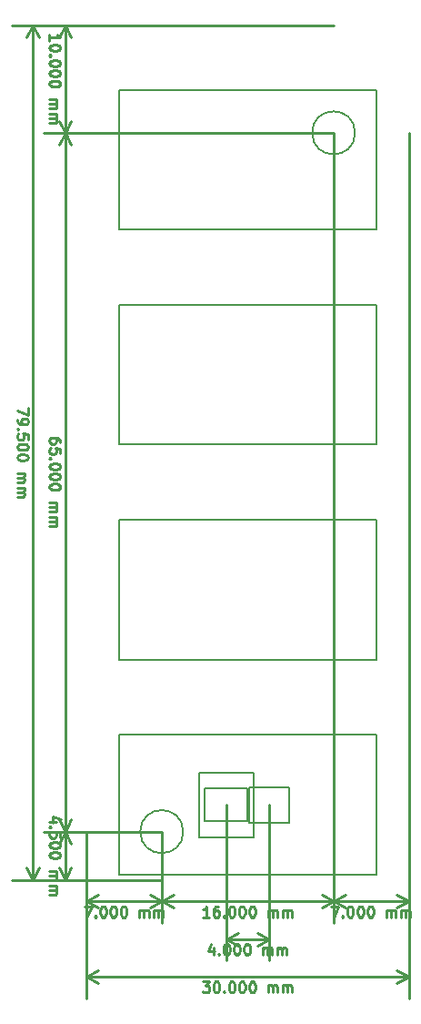
<source format=gbr>
G04 (created by PCBNEW (2013-04-21 BZR 4107)-testing) date Thursday, 06 June 2013 16:04:59*
%MOIN*%
G04 Gerber Fmt 3.4, Leading zero omitted, Abs format*
%FSLAX34Y34*%
G01*
G70*
G90*
G04 APERTURE LIST*
%ADD10C,0*%
%ADD11C,0.00984252*%
%ADD12C,0.00787402*%
G04 APERTURE END LIST*
G54D10*
G54D11*
X45097Y-35653D02*
X45097Y-35915D01*
X44703Y-35747D01*
X44703Y-36084D02*
X44703Y-36159D01*
X44722Y-36197D01*
X44741Y-36215D01*
X44797Y-36253D01*
X44872Y-36272D01*
X45022Y-36272D01*
X45059Y-36253D01*
X45078Y-36234D01*
X45097Y-36197D01*
X45097Y-36122D01*
X45078Y-36084D01*
X45059Y-36065D01*
X45022Y-36047D01*
X44928Y-36047D01*
X44891Y-36065D01*
X44872Y-36084D01*
X44853Y-36122D01*
X44853Y-36197D01*
X44872Y-36234D01*
X44891Y-36253D01*
X44928Y-36272D01*
X44741Y-36440D02*
X44722Y-36459D01*
X44703Y-36440D01*
X44722Y-36422D01*
X44741Y-36440D01*
X44703Y-36440D01*
X45097Y-36815D02*
X45097Y-36628D01*
X44910Y-36609D01*
X44928Y-36628D01*
X44947Y-36665D01*
X44947Y-36759D01*
X44928Y-36796D01*
X44910Y-36815D01*
X44872Y-36834D01*
X44778Y-36834D01*
X44741Y-36815D01*
X44722Y-36796D01*
X44703Y-36759D01*
X44703Y-36665D01*
X44722Y-36628D01*
X44741Y-36609D01*
X45097Y-37078D02*
X45097Y-37115D01*
X45078Y-37153D01*
X45059Y-37171D01*
X45022Y-37190D01*
X44947Y-37209D01*
X44853Y-37209D01*
X44778Y-37190D01*
X44741Y-37171D01*
X44722Y-37153D01*
X44703Y-37115D01*
X44703Y-37078D01*
X44722Y-37040D01*
X44741Y-37021D01*
X44778Y-37003D01*
X44853Y-36984D01*
X44947Y-36984D01*
X45022Y-37003D01*
X45059Y-37021D01*
X45078Y-37040D01*
X45097Y-37078D01*
X45097Y-37453D02*
X45097Y-37490D01*
X45078Y-37528D01*
X45059Y-37546D01*
X45022Y-37565D01*
X44947Y-37584D01*
X44853Y-37584D01*
X44778Y-37565D01*
X44741Y-37546D01*
X44722Y-37528D01*
X44703Y-37490D01*
X44703Y-37453D01*
X44722Y-37415D01*
X44741Y-37396D01*
X44778Y-37378D01*
X44853Y-37359D01*
X44947Y-37359D01*
X45022Y-37378D01*
X45059Y-37396D01*
X45078Y-37415D01*
X45097Y-37453D01*
X44703Y-38053D02*
X44966Y-38053D01*
X44928Y-38053D02*
X44947Y-38071D01*
X44966Y-38109D01*
X44966Y-38165D01*
X44947Y-38203D01*
X44910Y-38221D01*
X44703Y-38221D01*
X44910Y-38221D02*
X44947Y-38240D01*
X44966Y-38278D01*
X44966Y-38334D01*
X44947Y-38371D01*
X44910Y-38390D01*
X44703Y-38390D01*
X44703Y-38577D02*
X44966Y-38577D01*
X44928Y-38577D02*
X44947Y-38596D01*
X44966Y-38634D01*
X44966Y-38690D01*
X44947Y-38727D01*
X44910Y-38746D01*
X44703Y-38746D01*
X44910Y-38746D02*
X44947Y-38765D01*
X44966Y-38802D01*
X44966Y-38859D01*
X44947Y-38896D01*
X44910Y-38915D01*
X44703Y-38915D01*
X45275Y-21653D02*
X45275Y-52952D01*
X47244Y-21653D02*
X44488Y-21653D01*
X47244Y-52952D02*
X44488Y-52952D01*
X45275Y-52952D02*
X45044Y-52509D01*
X45275Y-52952D02*
X45506Y-52509D01*
X45275Y-21653D02*
X45044Y-22097D01*
X45275Y-21653D02*
X45506Y-22097D01*
X45884Y-22215D02*
X45884Y-21991D01*
X45884Y-22103D02*
X46278Y-22103D01*
X46222Y-22065D01*
X46184Y-22028D01*
X46166Y-21991D01*
X46278Y-22459D02*
X46278Y-22497D01*
X46259Y-22534D01*
X46241Y-22553D01*
X46203Y-22572D01*
X46128Y-22590D01*
X46034Y-22590D01*
X45959Y-22572D01*
X45922Y-22553D01*
X45903Y-22534D01*
X45884Y-22497D01*
X45884Y-22459D01*
X45903Y-22422D01*
X45922Y-22403D01*
X45959Y-22384D01*
X46034Y-22365D01*
X46128Y-22365D01*
X46203Y-22384D01*
X46241Y-22403D01*
X46259Y-22422D01*
X46278Y-22459D01*
X45922Y-22759D02*
X45903Y-22778D01*
X45884Y-22759D01*
X45903Y-22740D01*
X45922Y-22759D01*
X45884Y-22759D01*
X46278Y-23022D02*
X46278Y-23059D01*
X46259Y-23097D01*
X46241Y-23115D01*
X46203Y-23134D01*
X46128Y-23153D01*
X46034Y-23153D01*
X45959Y-23134D01*
X45922Y-23115D01*
X45903Y-23097D01*
X45884Y-23059D01*
X45884Y-23022D01*
X45903Y-22984D01*
X45922Y-22965D01*
X45959Y-22947D01*
X46034Y-22928D01*
X46128Y-22928D01*
X46203Y-22947D01*
X46241Y-22965D01*
X46259Y-22984D01*
X46278Y-23022D01*
X46278Y-23397D02*
X46278Y-23434D01*
X46259Y-23472D01*
X46241Y-23490D01*
X46203Y-23509D01*
X46128Y-23528D01*
X46034Y-23528D01*
X45959Y-23509D01*
X45922Y-23490D01*
X45903Y-23472D01*
X45884Y-23434D01*
X45884Y-23397D01*
X45903Y-23359D01*
X45922Y-23340D01*
X45959Y-23322D01*
X46034Y-23303D01*
X46128Y-23303D01*
X46203Y-23322D01*
X46241Y-23340D01*
X46259Y-23359D01*
X46278Y-23397D01*
X46278Y-23772D02*
X46278Y-23809D01*
X46259Y-23847D01*
X46241Y-23865D01*
X46203Y-23884D01*
X46128Y-23903D01*
X46034Y-23903D01*
X45959Y-23884D01*
X45922Y-23865D01*
X45903Y-23847D01*
X45884Y-23809D01*
X45884Y-23772D01*
X45903Y-23734D01*
X45922Y-23715D01*
X45959Y-23697D01*
X46034Y-23678D01*
X46128Y-23678D01*
X46203Y-23697D01*
X46241Y-23715D01*
X46259Y-23734D01*
X46278Y-23772D01*
X45884Y-24371D02*
X46147Y-24371D01*
X46109Y-24371D02*
X46128Y-24390D01*
X46147Y-24428D01*
X46147Y-24484D01*
X46128Y-24521D01*
X46091Y-24540D01*
X45884Y-24540D01*
X46091Y-24540D02*
X46128Y-24559D01*
X46147Y-24596D01*
X46147Y-24653D01*
X46128Y-24690D01*
X46091Y-24709D01*
X45884Y-24709D01*
X45884Y-24896D02*
X46147Y-24896D01*
X46109Y-24896D02*
X46128Y-24915D01*
X46147Y-24953D01*
X46147Y-25009D01*
X46128Y-25046D01*
X46091Y-25065D01*
X45884Y-25065D01*
X46091Y-25065D02*
X46128Y-25084D01*
X46147Y-25121D01*
X46147Y-25178D01*
X46128Y-25215D01*
X46091Y-25234D01*
X45884Y-25234D01*
X46456Y-21653D02*
X46456Y-25590D01*
X56299Y-21653D02*
X45669Y-21653D01*
X56299Y-25590D02*
X45669Y-25590D01*
X46456Y-25590D02*
X46225Y-25147D01*
X46456Y-25590D02*
X46687Y-25147D01*
X46456Y-21653D02*
X46225Y-22097D01*
X46456Y-21653D02*
X46687Y-22097D01*
X46278Y-36942D02*
X46278Y-36867D01*
X46259Y-36829D01*
X46241Y-36811D01*
X46184Y-36773D01*
X46109Y-36754D01*
X45959Y-36754D01*
X45922Y-36773D01*
X45903Y-36792D01*
X45884Y-36829D01*
X45884Y-36904D01*
X45903Y-36942D01*
X45922Y-36961D01*
X45959Y-36979D01*
X46053Y-36979D01*
X46091Y-36961D01*
X46109Y-36942D01*
X46128Y-36904D01*
X46128Y-36829D01*
X46109Y-36792D01*
X46091Y-36773D01*
X46053Y-36754D01*
X46278Y-37335D02*
X46278Y-37148D01*
X46091Y-37129D01*
X46109Y-37148D01*
X46128Y-37185D01*
X46128Y-37279D01*
X46109Y-37317D01*
X46091Y-37335D01*
X46053Y-37354D01*
X45959Y-37354D01*
X45922Y-37335D01*
X45903Y-37317D01*
X45884Y-37279D01*
X45884Y-37185D01*
X45903Y-37148D01*
X45922Y-37129D01*
X45922Y-37523D02*
X45903Y-37542D01*
X45884Y-37523D01*
X45903Y-37504D01*
X45922Y-37523D01*
X45884Y-37523D01*
X46278Y-37785D02*
X46278Y-37823D01*
X46259Y-37860D01*
X46241Y-37879D01*
X46203Y-37898D01*
X46128Y-37917D01*
X46034Y-37917D01*
X45959Y-37898D01*
X45922Y-37879D01*
X45903Y-37860D01*
X45884Y-37823D01*
X45884Y-37785D01*
X45903Y-37748D01*
X45922Y-37729D01*
X45959Y-37710D01*
X46034Y-37692D01*
X46128Y-37692D01*
X46203Y-37710D01*
X46241Y-37729D01*
X46259Y-37748D01*
X46278Y-37785D01*
X46278Y-38160D02*
X46278Y-38198D01*
X46259Y-38235D01*
X46241Y-38254D01*
X46203Y-38273D01*
X46128Y-38292D01*
X46034Y-38292D01*
X45959Y-38273D01*
X45922Y-38254D01*
X45903Y-38235D01*
X45884Y-38198D01*
X45884Y-38160D01*
X45903Y-38123D01*
X45922Y-38104D01*
X45959Y-38085D01*
X46034Y-38067D01*
X46128Y-38067D01*
X46203Y-38085D01*
X46241Y-38104D01*
X46259Y-38123D01*
X46278Y-38160D01*
X46278Y-38535D02*
X46278Y-38573D01*
X46259Y-38610D01*
X46241Y-38629D01*
X46203Y-38648D01*
X46128Y-38667D01*
X46034Y-38667D01*
X45959Y-38648D01*
X45922Y-38629D01*
X45903Y-38610D01*
X45884Y-38573D01*
X45884Y-38535D01*
X45903Y-38498D01*
X45922Y-38479D01*
X45959Y-38460D01*
X46034Y-38442D01*
X46128Y-38442D01*
X46203Y-38460D01*
X46241Y-38479D01*
X46259Y-38498D01*
X46278Y-38535D01*
X45884Y-39135D02*
X46147Y-39135D01*
X46109Y-39135D02*
X46128Y-39154D01*
X46147Y-39191D01*
X46147Y-39248D01*
X46128Y-39285D01*
X46091Y-39304D01*
X45884Y-39304D01*
X46091Y-39304D02*
X46128Y-39323D01*
X46147Y-39360D01*
X46147Y-39416D01*
X46128Y-39454D01*
X46091Y-39473D01*
X45884Y-39473D01*
X45884Y-39660D02*
X46147Y-39660D01*
X46109Y-39660D02*
X46128Y-39679D01*
X46147Y-39716D01*
X46147Y-39773D01*
X46128Y-39810D01*
X46091Y-39829D01*
X45884Y-39829D01*
X46091Y-39829D02*
X46128Y-39848D01*
X46147Y-39885D01*
X46147Y-39941D01*
X46128Y-39979D01*
X46091Y-39998D01*
X45884Y-39998D01*
X46456Y-25590D02*
X46456Y-51181D01*
X50000Y-25590D02*
X45669Y-25590D01*
X50000Y-51181D02*
X45669Y-51181D01*
X46456Y-51181D02*
X46225Y-50737D01*
X46456Y-51181D02*
X46687Y-50737D01*
X46456Y-25590D02*
X46225Y-26034D01*
X46456Y-25590D02*
X46687Y-26034D01*
X46147Y-50810D02*
X45884Y-50810D01*
X46297Y-50717D02*
X46016Y-50623D01*
X46016Y-50867D01*
X45922Y-51017D02*
X45903Y-51035D01*
X45884Y-51017D01*
X45903Y-50998D01*
X45922Y-51017D01*
X45884Y-51017D01*
X46278Y-51392D02*
X46278Y-51204D01*
X46091Y-51185D01*
X46109Y-51204D01*
X46128Y-51242D01*
X46128Y-51335D01*
X46109Y-51373D01*
X46091Y-51392D01*
X46053Y-51410D01*
X45959Y-51410D01*
X45922Y-51392D01*
X45903Y-51373D01*
X45884Y-51335D01*
X45884Y-51242D01*
X45903Y-51204D01*
X45922Y-51185D01*
X46278Y-51654D02*
X46278Y-51691D01*
X46259Y-51729D01*
X46241Y-51748D01*
X46203Y-51766D01*
X46128Y-51785D01*
X46034Y-51785D01*
X45959Y-51766D01*
X45922Y-51748D01*
X45903Y-51729D01*
X45884Y-51691D01*
X45884Y-51654D01*
X45903Y-51616D01*
X45922Y-51598D01*
X45959Y-51579D01*
X46034Y-51560D01*
X46128Y-51560D01*
X46203Y-51579D01*
X46241Y-51598D01*
X46259Y-51616D01*
X46278Y-51654D01*
X46278Y-52029D02*
X46278Y-52066D01*
X46259Y-52104D01*
X46241Y-52123D01*
X46203Y-52141D01*
X46128Y-52160D01*
X46034Y-52160D01*
X45959Y-52141D01*
X45922Y-52123D01*
X45903Y-52104D01*
X45884Y-52066D01*
X45884Y-52029D01*
X45903Y-51991D01*
X45922Y-51973D01*
X45959Y-51954D01*
X46034Y-51935D01*
X46128Y-51935D01*
X46203Y-51954D01*
X46241Y-51973D01*
X46259Y-51991D01*
X46278Y-52029D01*
X45884Y-52629D02*
X46147Y-52629D01*
X46109Y-52629D02*
X46128Y-52648D01*
X46147Y-52685D01*
X46147Y-52741D01*
X46128Y-52779D01*
X46091Y-52798D01*
X45884Y-52798D01*
X46091Y-52798D02*
X46128Y-52816D01*
X46147Y-52854D01*
X46147Y-52910D01*
X46128Y-52948D01*
X46091Y-52966D01*
X45884Y-52966D01*
X45884Y-53154D02*
X46147Y-53154D01*
X46109Y-53154D02*
X46128Y-53173D01*
X46147Y-53210D01*
X46147Y-53266D01*
X46128Y-53304D01*
X46091Y-53323D01*
X45884Y-53323D01*
X46091Y-53323D02*
X46128Y-53341D01*
X46147Y-53379D01*
X46147Y-53435D01*
X46128Y-53473D01*
X46091Y-53491D01*
X45884Y-53491D01*
X46456Y-51181D02*
X46456Y-52952D01*
X50000Y-51181D02*
X45669Y-51181D01*
X50000Y-52952D02*
X45669Y-52952D01*
X46456Y-52952D02*
X46225Y-52509D01*
X46456Y-52952D02*
X46687Y-52509D01*
X46456Y-51181D02*
X46225Y-51624D01*
X46456Y-51181D02*
X46687Y-51624D01*
X51499Y-56674D02*
X51743Y-56674D01*
X51612Y-56824D01*
X51668Y-56824D01*
X51706Y-56842D01*
X51724Y-56861D01*
X51743Y-56899D01*
X51743Y-56992D01*
X51724Y-57030D01*
X51706Y-57049D01*
X51668Y-57067D01*
X51556Y-57067D01*
X51518Y-57049D01*
X51499Y-57030D01*
X51987Y-56674D02*
X52024Y-56674D01*
X52062Y-56692D01*
X52080Y-56711D01*
X52099Y-56749D01*
X52118Y-56824D01*
X52118Y-56917D01*
X52099Y-56992D01*
X52080Y-57030D01*
X52062Y-57049D01*
X52024Y-57067D01*
X51987Y-57067D01*
X51949Y-57049D01*
X51931Y-57030D01*
X51912Y-56992D01*
X51893Y-56917D01*
X51893Y-56824D01*
X51912Y-56749D01*
X51931Y-56711D01*
X51949Y-56692D01*
X51987Y-56674D01*
X52287Y-57030D02*
X52305Y-57049D01*
X52287Y-57067D01*
X52268Y-57049D01*
X52287Y-57030D01*
X52287Y-57067D01*
X52549Y-56674D02*
X52587Y-56674D01*
X52624Y-56692D01*
X52643Y-56711D01*
X52662Y-56749D01*
X52680Y-56824D01*
X52680Y-56917D01*
X52662Y-56992D01*
X52643Y-57030D01*
X52624Y-57049D01*
X52587Y-57067D01*
X52549Y-57067D01*
X52512Y-57049D01*
X52493Y-57030D01*
X52474Y-56992D01*
X52455Y-56917D01*
X52455Y-56824D01*
X52474Y-56749D01*
X52493Y-56711D01*
X52512Y-56692D01*
X52549Y-56674D01*
X52924Y-56674D02*
X52962Y-56674D01*
X52999Y-56692D01*
X53018Y-56711D01*
X53037Y-56749D01*
X53055Y-56824D01*
X53055Y-56917D01*
X53037Y-56992D01*
X53018Y-57030D01*
X52999Y-57049D01*
X52962Y-57067D01*
X52924Y-57067D01*
X52887Y-57049D01*
X52868Y-57030D01*
X52849Y-56992D01*
X52830Y-56917D01*
X52830Y-56824D01*
X52849Y-56749D01*
X52868Y-56711D01*
X52887Y-56692D01*
X52924Y-56674D01*
X53299Y-56674D02*
X53337Y-56674D01*
X53374Y-56692D01*
X53393Y-56711D01*
X53412Y-56749D01*
X53430Y-56824D01*
X53430Y-56917D01*
X53412Y-56992D01*
X53393Y-57030D01*
X53374Y-57049D01*
X53337Y-57067D01*
X53299Y-57067D01*
X53262Y-57049D01*
X53243Y-57030D01*
X53224Y-56992D01*
X53205Y-56917D01*
X53205Y-56824D01*
X53224Y-56749D01*
X53243Y-56711D01*
X53262Y-56692D01*
X53299Y-56674D01*
X53899Y-57067D02*
X53899Y-56805D01*
X53899Y-56842D02*
X53918Y-56824D01*
X53955Y-56805D01*
X54011Y-56805D01*
X54049Y-56824D01*
X54068Y-56861D01*
X54068Y-57067D01*
X54068Y-56861D02*
X54086Y-56824D01*
X54124Y-56805D01*
X54180Y-56805D01*
X54218Y-56824D01*
X54236Y-56861D01*
X54236Y-57067D01*
X54424Y-57067D02*
X54424Y-56805D01*
X54424Y-56842D02*
X54443Y-56824D01*
X54480Y-56805D01*
X54536Y-56805D01*
X54574Y-56824D01*
X54593Y-56861D01*
X54593Y-57067D01*
X54593Y-56861D02*
X54611Y-56824D01*
X54649Y-56805D01*
X54705Y-56805D01*
X54743Y-56824D01*
X54761Y-56861D01*
X54761Y-57067D01*
X47244Y-56496D02*
X59055Y-56496D01*
X47244Y-52952D02*
X47244Y-57283D01*
X59055Y-52952D02*
X59055Y-57283D01*
X59055Y-56496D02*
X58611Y-56726D01*
X59055Y-56496D02*
X58611Y-56265D01*
X47244Y-56496D02*
X47687Y-56726D01*
X47244Y-56496D02*
X47687Y-56265D01*
X51893Y-55427D02*
X51893Y-55689D01*
X51799Y-55277D02*
X51706Y-55558D01*
X51949Y-55558D01*
X52099Y-55652D02*
X52118Y-55671D01*
X52099Y-55689D01*
X52080Y-55671D01*
X52099Y-55652D01*
X52099Y-55689D01*
X52362Y-55296D02*
X52399Y-55296D01*
X52437Y-55314D01*
X52455Y-55333D01*
X52474Y-55371D01*
X52493Y-55446D01*
X52493Y-55539D01*
X52474Y-55614D01*
X52455Y-55652D01*
X52437Y-55671D01*
X52399Y-55689D01*
X52362Y-55689D01*
X52324Y-55671D01*
X52305Y-55652D01*
X52287Y-55614D01*
X52268Y-55539D01*
X52268Y-55446D01*
X52287Y-55371D01*
X52305Y-55333D01*
X52324Y-55314D01*
X52362Y-55296D01*
X52737Y-55296D02*
X52774Y-55296D01*
X52812Y-55314D01*
X52830Y-55333D01*
X52849Y-55371D01*
X52868Y-55446D01*
X52868Y-55539D01*
X52849Y-55614D01*
X52830Y-55652D01*
X52812Y-55671D01*
X52774Y-55689D01*
X52737Y-55689D01*
X52699Y-55671D01*
X52680Y-55652D01*
X52662Y-55614D01*
X52643Y-55539D01*
X52643Y-55446D01*
X52662Y-55371D01*
X52680Y-55333D01*
X52699Y-55314D01*
X52737Y-55296D01*
X53112Y-55296D02*
X53149Y-55296D01*
X53187Y-55314D01*
X53205Y-55333D01*
X53224Y-55371D01*
X53243Y-55446D01*
X53243Y-55539D01*
X53224Y-55614D01*
X53205Y-55652D01*
X53187Y-55671D01*
X53149Y-55689D01*
X53112Y-55689D01*
X53074Y-55671D01*
X53055Y-55652D01*
X53037Y-55614D01*
X53018Y-55539D01*
X53018Y-55446D01*
X53037Y-55371D01*
X53055Y-55333D01*
X53074Y-55314D01*
X53112Y-55296D01*
X53712Y-55689D02*
X53712Y-55427D01*
X53712Y-55464D02*
X53730Y-55446D01*
X53768Y-55427D01*
X53824Y-55427D01*
X53862Y-55446D01*
X53880Y-55483D01*
X53880Y-55689D01*
X53880Y-55483D02*
X53899Y-55446D01*
X53937Y-55427D01*
X53993Y-55427D01*
X54030Y-55446D01*
X54049Y-55483D01*
X54049Y-55689D01*
X54236Y-55689D02*
X54236Y-55427D01*
X54236Y-55464D02*
X54255Y-55446D01*
X54293Y-55427D01*
X54349Y-55427D01*
X54386Y-55446D01*
X54405Y-55483D01*
X54405Y-55689D01*
X54405Y-55483D02*
X54424Y-55446D01*
X54461Y-55427D01*
X54518Y-55427D01*
X54555Y-55446D01*
X54574Y-55483D01*
X54574Y-55689D01*
X52362Y-55118D02*
X53937Y-55118D01*
X52362Y-50196D02*
X52362Y-55905D01*
X53937Y-50196D02*
X53937Y-55905D01*
X53937Y-55118D02*
X53493Y-55348D01*
X53937Y-55118D02*
X53493Y-54887D01*
X52362Y-55118D02*
X52805Y-55348D01*
X52362Y-55118D02*
X52805Y-54887D01*
X56214Y-53918D02*
X56477Y-53918D01*
X56308Y-54311D01*
X56627Y-54274D02*
X56646Y-54293D01*
X56627Y-54311D01*
X56608Y-54293D01*
X56627Y-54274D01*
X56627Y-54311D01*
X56889Y-53918D02*
X56927Y-53918D01*
X56964Y-53937D01*
X56983Y-53955D01*
X57002Y-53993D01*
X57020Y-54068D01*
X57020Y-54161D01*
X57002Y-54236D01*
X56983Y-54274D01*
X56964Y-54293D01*
X56927Y-54311D01*
X56889Y-54311D01*
X56852Y-54293D01*
X56833Y-54274D01*
X56814Y-54236D01*
X56796Y-54161D01*
X56796Y-54068D01*
X56814Y-53993D01*
X56833Y-53955D01*
X56852Y-53937D01*
X56889Y-53918D01*
X57264Y-53918D02*
X57302Y-53918D01*
X57339Y-53937D01*
X57358Y-53955D01*
X57377Y-53993D01*
X57395Y-54068D01*
X57395Y-54161D01*
X57377Y-54236D01*
X57358Y-54274D01*
X57339Y-54293D01*
X57302Y-54311D01*
X57264Y-54311D01*
X57227Y-54293D01*
X57208Y-54274D01*
X57189Y-54236D01*
X57170Y-54161D01*
X57170Y-54068D01*
X57189Y-53993D01*
X57208Y-53955D01*
X57227Y-53937D01*
X57264Y-53918D01*
X57639Y-53918D02*
X57677Y-53918D01*
X57714Y-53937D01*
X57733Y-53955D01*
X57752Y-53993D01*
X57770Y-54068D01*
X57770Y-54161D01*
X57752Y-54236D01*
X57733Y-54274D01*
X57714Y-54293D01*
X57677Y-54311D01*
X57639Y-54311D01*
X57602Y-54293D01*
X57583Y-54274D01*
X57564Y-54236D01*
X57545Y-54161D01*
X57545Y-54068D01*
X57564Y-53993D01*
X57583Y-53955D01*
X57602Y-53937D01*
X57639Y-53918D01*
X58239Y-54311D02*
X58239Y-54049D01*
X58239Y-54086D02*
X58258Y-54068D01*
X58295Y-54049D01*
X58352Y-54049D01*
X58389Y-54068D01*
X58408Y-54105D01*
X58408Y-54311D01*
X58408Y-54105D02*
X58427Y-54068D01*
X58464Y-54049D01*
X58520Y-54049D01*
X58558Y-54068D01*
X58577Y-54105D01*
X58577Y-54311D01*
X58764Y-54311D02*
X58764Y-54049D01*
X58764Y-54086D02*
X58783Y-54068D01*
X58820Y-54049D01*
X58877Y-54049D01*
X58914Y-54068D01*
X58933Y-54105D01*
X58933Y-54311D01*
X58933Y-54105D02*
X58952Y-54068D01*
X58989Y-54049D01*
X59045Y-54049D01*
X59083Y-54068D01*
X59101Y-54105D01*
X59101Y-54311D01*
X56299Y-53740D02*
X59055Y-53740D01*
X56299Y-25590D02*
X56299Y-54527D01*
X59055Y-25590D02*
X59055Y-54527D01*
X59055Y-53740D02*
X58611Y-53971D01*
X59055Y-53740D02*
X58611Y-53509D01*
X56299Y-53740D02*
X56742Y-53971D01*
X56299Y-53740D02*
X56742Y-53509D01*
X51743Y-54311D02*
X51518Y-54311D01*
X51631Y-54311D02*
X51631Y-53918D01*
X51593Y-53974D01*
X51556Y-54011D01*
X51518Y-54030D01*
X52080Y-53918D02*
X52005Y-53918D01*
X51968Y-53937D01*
X51949Y-53955D01*
X51912Y-54011D01*
X51893Y-54086D01*
X51893Y-54236D01*
X51912Y-54274D01*
X51931Y-54293D01*
X51968Y-54311D01*
X52043Y-54311D01*
X52080Y-54293D01*
X52099Y-54274D01*
X52118Y-54236D01*
X52118Y-54143D01*
X52099Y-54105D01*
X52080Y-54086D01*
X52043Y-54068D01*
X51968Y-54068D01*
X51931Y-54086D01*
X51912Y-54105D01*
X51893Y-54143D01*
X52287Y-54274D02*
X52305Y-54293D01*
X52287Y-54311D01*
X52268Y-54293D01*
X52287Y-54274D01*
X52287Y-54311D01*
X52549Y-53918D02*
X52587Y-53918D01*
X52624Y-53937D01*
X52643Y-53955D01*
X52662Y-53993D01*
X52680Y-54068D01*
X52680Y-54161D01*
X52662Y-54236D01*
X52643Y-54274D01*
X52624Y-54293D01*
X52587Y-54311D01*
X52549Y-54311D01*
X52512Y-54293D01*
X52493Y-54274D01*
X52474Y-54236D01*
X52455Y-54161D01*
X52455Y-54068D01*
X52474Y-53993D01*
X52493Y-53955D01*
X52512Y-53937D01*
X52549Y-53918D01*
X52924Y-53918D02*
X52962Y-53918D01*
X52999Y-53937D01*
X53018Y-53955D01*
X53037Y-53993D01*
X53055Y-54068D01*
X53055Y-54161D01*
X53037Y-54236D01*
X53018Y-54274D01*
X52999Y-54293D01*
X52962Y-54311D01*
X52924Y-54311D01*
X52887Y-54293D01*
X52868Y-54274D01*
X52849Y-54236D01*
X52830Y-54161D01*
X52830Y-54068D01*
X52849Y-53993D01*
X52868Y-53955D01*
X52887Y-53937D01*
X52924Y-53918D01*
X53299Y-53918D02*
X53337Y-53918D01*
X53374Y-53937D01*
X53393Y-53955D01*
X53412Y-53993D01*
X53430Y-54068D01*
X53430Y-54161D01*
X53412Y-54236D01*
X53393Y-54274D01*
X53374Y-54293D01*
X53337Y-54311D01*
X53299Y-54311D01*
X53262Y-54293D01*
X53243Y-54274D01*
X53224Y-54236D01*
X53205Y-54161D01*
X53205Y-54068D01*
X53224Y-53993D01*
X53243Y-53955D01*
X53262Y-53937D01*
X53299Y-53918D01*
X53899Y-54311D02*
X53899Y-54049D01*
X53899Y-54086D02*
X53918Y-54068D01*
X53955Y-54049D01*
X54011Y-54049D01*
X54049Y-54068D01*
X54068Y-54105D01*
X54068Y-54311D01*
X54068Y-54105D02*
X54086Y-54068D01*
X54124Y-54049D01*
X54180Y-54049D01*
X54218Y-54068D01*
X54236Y-54105D01*
X54236Y-54311D01*
X54424Y-54311D02*
X54424Y-54049D01*
X54424Y-54086D02*
X54443Y-54068D01*
X54480Y-54049D01*
X54536Y-54049D01*
X54574Y-54068D01*
X54593Y-54105D01*
X54593Y-54311D01*
X54593Y-54105D02*
X54611Y-54068D01*
X54649Y-54049D01*
X54705Y-54049D01*
X54743Y-54068D01*
X54761Y-54105D01*
X54761Y-54311D01*
X50000Y-53740D02*
X56299Y-53740D01*
X50000Y-51181D02*
X50000Y-54527D01*
X56299Y-51181D02*
X56299Y-54527D01*
X56299Y-53740D02*
X55855Y-53971D01*
X56299Y-53740D02*
X55855Y-53509D01*
X50000Y-53740D02*
X50443Y-53971D01*
X50000Y-53740D02*
X50443Y-53509D01*
X47159Y-53918D02*
X47422Y-53918D01*
X47253Y-54311D01*
X47572Y-54274D02*
X47590Y-54293D01*
X47572Y-54311D01*
X47553Y-54293D01*
X47572Y-54274D01*
X47572Y-54311D01*
X47834Y-53918D02*
X47872Y-53918D01*
X47909Y-53937D01*
X47928Y-53955D01*
X47947Y-53993D01*
X47965Y-54068D01*
X47965Y-54161D01*
X47947Y-54236D01*
X47928Y-54274D01*
X47909Y-54293D01*
X47872Y-54311D01*
X47834Y-54311D01*
X47797Y-54293D01*
X47778Y-54274D01*
X47759Y-54236D01*
X47740Y-54161D01*
X47740Y-54068D01*
X47759Y-53993D01*
X47778Y-53955D01*
X47797Y-53937D01*
X47834Y-53918D01*
X48209Y-53918D02*
X48247Y-53918D01*
X48284Y-53937D01*
X48303Y-53955D01*
X48322Y-53993D01*
X48340Y-54068D01*
X48340Y-54161D01*
X48322Y-54236D01*
X48303Y-54274D01*
X48284Y-54293D01*
X48247Y-54311D01*
X48209Y-54311D01*
X48172Y-54293D01*
X48153Y-54274D01*
X48134Y-54236D01*
X48115Y-54161D01*
X48115Y-54068D01*
X48134Y-53993D01*
X48153Y-53955D01*
X48172Y-53937D01*
X48209Y-53918D01*
X48584Y-53918D02*
X48622Y-53918D01*
X48659Y-53937D01*
X48678Y-53955D01*
X48697Y-53993D01*
X48715Y-54068D01*
X48715Y-54161D01*
X48697Y-54236D01*
X48678Y-54274D01*
X48659Y-54293D01*
X48622Y-54311D01*
X48584Y-54311D01*
X48547Y-54293D01*
X48528Y-54274D01*
X48509Y-54236D01*
X48490Y-54161D01*
X48490Y-54068D01*
X48509Y-53993D01*
X48528Y-53955D01*
X48547Y-53937D01*
X48584Y-53918D01*
X49184Y-54311D02*
X49184Y-54049D01*
X49184Y-54086D02*
X49203Y-54068D01*
X49240Y-54049D01*
X49296Y-54049D01*
X49334Y-54068D01*
X49353Y-54105D01*
X49353Y-54311D01*
X49353Y-54105D02*
X49371Y-54068D01*
X49409Y-54049D01*
X49465Y-54049D01*
X49503Y-54068D01*
X49521Y-54105D01*
X49521Y-54311D01*
X49709Y-54311D02*
X49709Y-54049D01*
X49709Y-54086D02*
X49728Y-54068D01*
X49765Y-54049D01*
X49821Y-54049D01*
X49859Y-54068D01*
X49878Y-54105D01*
X49878Y-54311D01*
X49878Y-54105D02*
X49896Y-54068D01*
X49934Y-54049D01*
X49990Y-54049D01*
X50028Y-54068D01*
X50046Y-54105D01*
X50046Y-54311D01*
X47244Y-53740D02*
X50000Y-53740D01*
X47244Y-51181D02*
X47244Y-54527D01*
X50000Y-51181D02*
X50000Y-54527D01*
X50000Y-53740D02*
X49556Y-53971D01*
X50000Y-53740D02*
X49556Y-53509D01*
X47244Y-53740D02*
X47687Y-53971D01*
X47244Y-53740D02*
X47687Y-53509D01*
G54D12*
X54665Y-49547D02*
X53208Y-49547D01*
X54665Y-50846D02*
X54665Y-49547D01*
X53208Y-50846D02*
X54665Y-50846D01*
X53208Y-49547D02*
X53208Y-50846D01*
X53366Y-49015D02*
X51358Y-49015D01*
X53366Y-51377D02*
X53366Y-49015D01*
X51358Y-51377D02*
X53366Y-51377D01*
X51358Y-49015D02*
X51358Y-51377D01*
X53149Y-49586D02*
X51574Y-49586D01*
X53149Y-50807D02*
X53149Y-49586D01*
X51574Y-50807D02*
X53149Y-50807D01*
X51574Y-49586D02*
X51574Y-50807D01*
X50787Y-51181D02*
G75*
G03X50787Y-51181I-787J0D01*
G74*
G01*
X57086Y-25590D02*
G75*
G03X57086Y-25590I-787J0D01*
G74*
G01*
X57874Y-47637D02*
X57874Y-52755D01*
X48425Y-47637D02*
X57874Y-47637D01*
X48425Y-52755D02*
X57874Y-52755D01*
X48425Y-47637D02*
X48425Y-52755D01*
X48425Y-39763D02*
X48425Y-44881D01*
X48425Y-44881D02*
X57874Y-44881D01*
X48425Y-39763D02*
X57874Y-39763D01*
X57874Y-39763D02*
X57874Y-44881D01*
X57874Y-31889D02*
X57874Y-37007D01*
X48425Y-31889D02*
X57874Y-31889D01*
X48425Y-37007D02*
X57874Y-37007D01*
X48425Y-31889D02*
X48425Y-37007D01*
X57874Y-24015D02*
X48425Y-24015D01*
X57874Y-29133D02*
X57874Y-24015D01*
X48425Y-29133D02*
X57874Y-29133D01*
X48425Y-24015D02*
X48425Y-29133D01*
M02*

</source>
